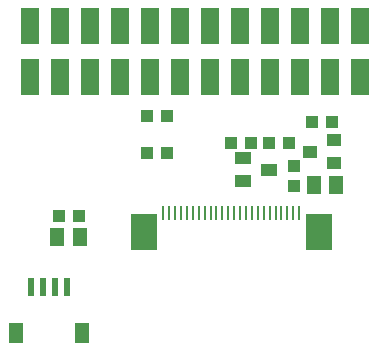
<source format=gbr>
G04 EAGLE Gerber RS-274X export*
G75*
%MOMM*%
%FSLAX34Y34*%
%LPD*%
%INSolderpaste Bottom*%
%IPPOS*%
%AMOC8*
5,1,8,0,0,1.08239X$1,22.5*%
G01*
%ADD10R,1.400000X1.000000*%
%ADD11R,1.075000X1.000000*%
%ADD12R,1.000000X1.075000*%
%ADD13R,1.200000X1.000000*%
%ADD14R,1.524000X3.048000*%
%ADD15R,1.240000X1.500000*%
%ADD16R,0.600000X1.550000*%
%ADD17R,1.200000X1.800000*%
%ADD18R,0.280000X1.250000*%
%ADD19R,2.300000X3.100000*%


D10*
X220590Y142100D03*
X198590Y151600D03*
X198590Y132600D03*
D11*
X188390Y164960D03*
X205390Y164960D03*
D12*
X241340Y145520D03*
X241340Y128520D03*
D13*
X255470Y157340D03*
X275470Y147840D03*
X275470Y166840D03*
D11*
X256970Y182740D03*
X273970Y182740D03*
X237140Y164960D03*
X220140Y164960D03*
D14*
X17696Y220394D03*
X17696Y263574D03*
X43096Y220394D03*
X43096Y263574D03*
X68496Y263574D03*
X68496Y220394D03*
X93896Y263574D03*
X93896Y220394D03*
X119296Y263574D03*
X119296Y220394D03*
X144696Y263574D03*
X144696Y220394D03*
X170096Y263574D03*
X170096Y220394D03*
X195496Y263574D03*
X195496Y220394D03*
X220896Y263574D03*
X220896Y220394D03*
X246296Y263574D03*
X246296Y220394D03*
X271696Y263574D03*
X271696Y220394D03*
X297096Y263574D03*
X297096Y220394D03*
D11*
X134270Y187820D03*
X117270Y187820D03*
X134270Y156070D03*
X117270Y156070D03*
D15*
X60340Y84950D03*
X41340Y84950D03*
D16*
X39330Y42780D03*
X29330Y42780D03*
X49330Y42780D03*
X19330Y42780D03*
D17*
X62330Y3780D03*
X6330Y3780D03*
D15*
X258510Y129400D03*
X277510Y129400D03*
D11*
X59730Y102730D03*
X42730Y102730D03*
D18*
X131005Y105700D03*
X136005Y105700D03*
X141005Y105700D03*
X146005Y105700D03*
X151005Y105700D03*
X156005Y105700D03*
X161005Y105700D03*
X166005Y105700D03*
X171005Y105700D03*
X176005Y105700D03*
X181005Y105700D03*
X186005Y105700D03*
X191005Y105700D03*
X196005Y105700D03*
X201005Y105700D03*
X206005Y105700D03*
X211005Y105700D03*
X216005Y105700D03*
X221005Y105700D03*
X226005Y105700D03*
X231005Y105700D03*
X236005Y105700D03*
X241005Y105700D03*
X246005Y105700D03*
D19*
X262705Y89140D03*
X114305Y89140D03*
M02*

</source>
